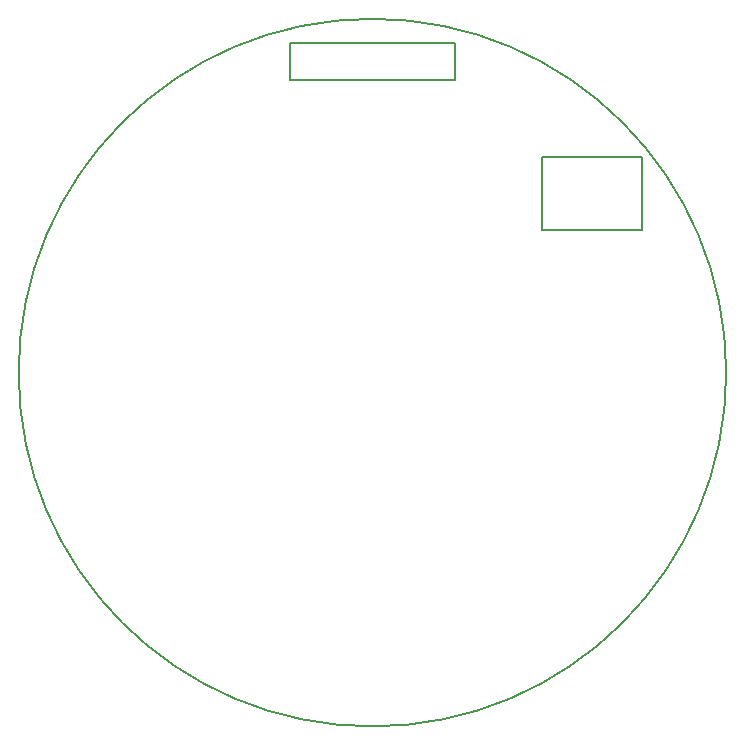
<source format=gbr>
G04 #@! TF.GenerationSoftware,KiCad,Pcbnew,(5.0.0-3-g5ebb6b6)*
G04 #@! TF.CreationDate,2018-10-15T13:07:59-06:00*
G04 #@! TF.ProjectId,DS_Special_Object,44535F5370656369616C5F4F626A6563,rev?*
G04 #@! TF.SameCoordinates,Original*
G04 #@! TF.FileFunction,Profile,NP*
%FSLAX46Y46*%
G04 Gerber Fmt 4.6, Leading zero omitted, Abs format (unit mm)*
G04 Created by KiCad (PCBNEW (5.0.0-3-g5ebb6b6)) date Monday, October 15, 2018 at 01:07:59 PM*
%MOMM*%
%LPD*%
G01*
G04 APERTURE LIST*
%ADD10C,0.150000*%
G04 APERTURE END LIST*
D10*
X37084000Y-138049000D02*
X37084000Y-141224000D01*
X51054000Y-138049000D02*
X37084000Y-138049000D01*
X51054000Y-141224000D02*
X51054000Y-138049000D01*
X37084000Y-141224000D02*
X51054000Y-141224000D01*
X58420000Y-147701000D02*
X58420000Y-153924000D01*
X66929000Y-147701000D02*
X58420000Y-147701000D01*
X66929000Y-153924000D02*
X66929000Y-147701000D01*
X58420000Y-153924000D02*
X66929000Y-153924000D01*
X74021890Y-165989000D02*
G75*
G03X74021890Y-165989000I-29952890J0D01*
G01*
M02*

</source>
